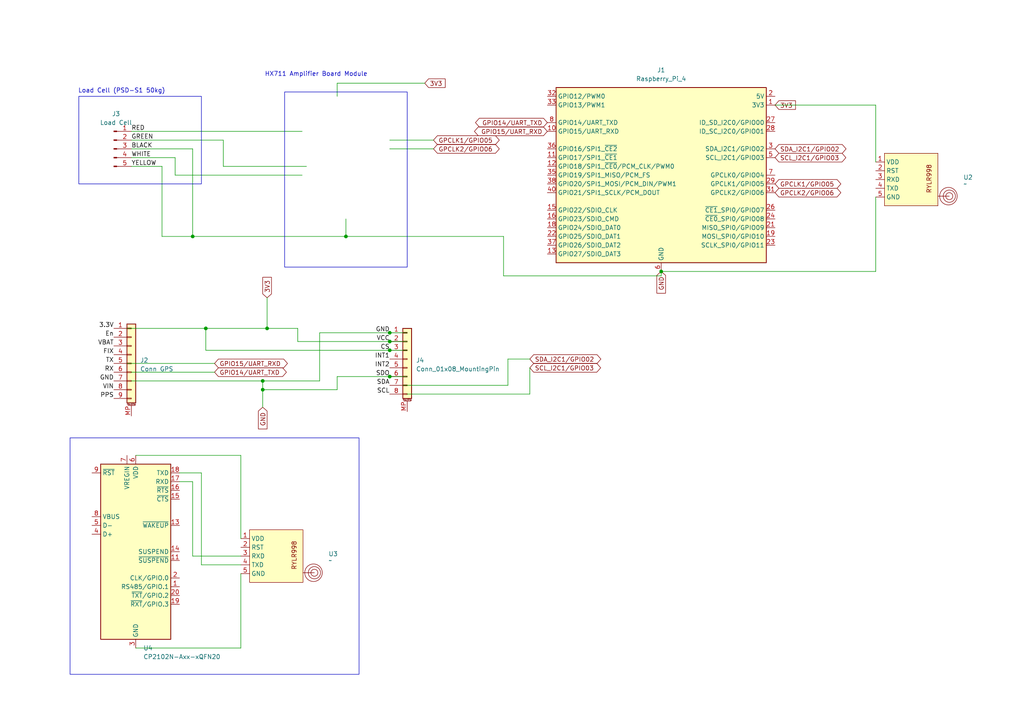
<source format=kicad_sch>
(kicad_sch (version 20231120) (generator "eeschema") (generator_version "8.0")
  (paper "A4")
  (lib_symbols
    (symbol "Connector:Conn_01x05_Pin" (pin_names (offset 1.016) hide)
      (property "Reference" "J" (at 0 7.62 0))
      (property "Value" "Conn_01x05_Pin" (at 0 -7.62 0))
      (symbol "Conn_01x05_Pin_1_1"
        (polyline (pts (xy 1.27 -5.08) (xy 0.8636 -5.08)) (stroke (width 0.1524)))
        (polyline (pts (xy 1.27 -2.54) (xy 0.8636 -2.54)) (stroke (width 0.1524)))
        (polyline (pts (xy 1.27 0) (xy 0.8636 0)) (stroke (width 0.1524)))
        (polyline (pts (xy 1.27 2.54) (xy 0.8636 2.54)) (stroke (width 0.1524)))
        (polyline (pts (xy 1.27 5.08) (xy 0.8636 5.08)) (stroke (width 0.1524)))
        (rectangle (start 0.8636 -4.953) (end 0 -5.207) (stroke (width 0.1524)) (fill (type outline)))
        (rectangle (start 0.8636 -2.413) (end 0 -2.667) (stroke (width 0.1524)) (fill (type outline)))
        (rectangle (start 0.8636 0.127) (end 0 -0.127) (stroke (width 0.1524)) (fill (type outline)))
        (rectangle (start 0.8636 2.667) (end 0 2.413) (stroke (width 0.1524)) (fill (type outline)))
        (rectangle (start 0.8636 5.207) (end 0 4.953) (stroke (width 0.1524)) (fill (type outline)))
        (pin passive line (at 5.08 5.08 180) (length 3.81) (name "Pin_1") (number "1"))
        (pin passive line (at 5.08 2.54 180) (length 3.81) (name "Pin_2") (number "2"))
        (pin passive line (at 5.08 0 180) (length 3.81) (name "Pin_3") (number "3"))
        (pin passive line (at 5.08 -2.54 180) (length 3.81) (name "Pin_4") (number "4"))
        (pin passive line (at 5.08 -5.08 180) (length 3.81) (name "Pin_5") (number "5"))
      )
    )
    (symbol "Connector:Raspberry_Pi_4"
      (property "Reference" "J" (at -17.526 48.768 0))
      (property "Value" "Raspberry_Pi_4" (at 15.748 -26.416 0))
      (symbol "Raspberry_Pi_4_0_1"
        (rectangle (start -30.48 25.4) (end 30.48 -25.4) (stroke (width 0.254)) (fill (type background)))
      )
      (symbol "Raspberry_Pi_4_1_1"
        (pin power_out line (at 33.02 20.32 180) (length 2.54) (name "3V3") (number "1"))
        (pin bidirectional line (at -33.02 12.7 0) (length 2.54) (name "GPIO15/UART_RXD") (number "10"))
        (pin bidirectional line (at -33.02 5.08 0) (length 2.54) (name "GPIO17/SPI1_~{CE1}") (number "11"))
        (pin bidirectional line (at -33.02 2.54 0) (length 2.54) (name "GPIO18/SPI1_~{CE0}/PCM_CLK/PWM0") (number "12"))
        (pin bidirectional line (at -33.02 -22.86 0) (length 2.54) (name "GPIO27/SDIO_DAT3") (number "13"))
        (pin passive line (at 0 -27.94 90) (length 2.54) hide (name "GND") (number "14"))
        (pin bidirectional line (at -33.02 -10.16 0) (length 2.54) (name "GPIO22/SDIO_CLK") (number "15"))
        (pin bidirectional line (at -33.02 -12.7 0) (length 2.54) (name "GPIO23/SDIO_CMD") (number "16"))
        (pin passive line (at 33.02 20.32 180) (length 2.54) hide (name "3V3") (number "17"))
        (pin bidirectional line (at -33.02 -15.24 0) (length 2.54) (name "GPIO24/SDIO_DAT0") (number "18"))
        (pin bidirectional line (at 33.02 -17.78 180) (length 2.54) (name "MOSI_SPI0/GPIO10") (number "19"))
        (pin power_out line (at 33.02 22.86 180) (length 2.54) (name "5V") (number "2"))
        (pin passive line (at 0 -27.94 90) (length 2.54) hide (name "GND") (number "20"))
        (pin bidirectional line (at 33.02 -15.24 180) (length 2.54) (name "MISO_SPI0/GPIO09") (number "21"))
        (pin bidirectional line (at -33.02 -17.78 0) (length 2.54) (name "GPIO25/SDIO_DAT1") (number "22"))
        (pin bidirectional line (at 33.02 -20.32 180) (length 2.54) (name "SCLK_SPI0/GPIO11") (number "23"))
        (pin bidirectional line (at 33.02 -12.7 180) (length 2.54) (name "~{CE0}_SPI0/GPIO08") (number "24"))
        (pin passive line (at 0 -27.94 90) (length 2.54) hide (name "GND") (number "25"))
        (pin bidirectional line (at 33.02 -10.16 180) (length 2.54) (name "~{CE1}_SPI0/GPIO07") (number "26"))
        (pin bidirectional line (at 33.02 15.24 180) (length 2.54) (name "ID_SD_I2C0/GPIO00") (number "27"))
        (pin bidirectional line (at 33.02 12.7 180) (length 2.54) (name "ID_SC_I2C0/GPIO01") (number "28"))
        (pin bidirectional line (at 33.02 -2.54 180) (length 2.54) (name "GPCLK1/GPIO05") (number "29"))
        (pin bidirectional line (at 33.02 7.62 180) (length 2.54) (name "SDA_I2C1/GPIO02") (number "3"))
        (pin passive line (at 0 -27.94 90) (length 2.54) hide (name "GND") (number "30"))
        (pin bidirectional line (at 33.02 -5.08 180) (length 2.54) (name "GPCLK2/GPIO06") (number "31"))
        (pin bidirectional line (at -33.02 22.86 0) (length 2.54) (name "GPIO12/PWM0") (number "32"))
        (pin bidirectional line (at -33.02 20.32 0) (length 2.54) (name "GPIO13/PWM1") (number "33"))
        (pin passive line (at 0 -27.94 90) (length 2.54) hide (name "GND") (number "34"))
        (pin bidirectional line (at -33.02 0 0) (length 2.54) (name "GPIO19/SPI1_MISO/PCM_FS") (number "35"))
        (pin bidirectional line (at -33.02 7.62 0) (length 2.54) (name "GPIO16/SPI1_~{CE2}") (number "36"))
        (pin bidirectional line (at -33.02 -20.32 0) (length 2.54) (name "GPIO26/SDIO_DAT2") (number "37"))
        (pin bidirectional line (at -33.02 -2.54 0) (length 2.54) (name "GPIO20/SPI1_MOSI/PCM_DIN/PWM1") (number "38"))
        (pin passive line (at 0 -27.94 90) (length 2.54) hide (name "GND") (number "39"))
        (pin passive line (at 33.02 22.86 180) (length 2.54) hide (name "5V") (number "4"))
        (pin bidirectional line (at -33.02 -5.08 0) (length 2.54) (name "GPIO21/SPI1_SCLK/PCM_DOUT") (number "40"))
        (pin bidirectional line (at 33.02 5.08 180) (length 2.54) (name "SCL_I2C1/GPIO03") (number "5"))
        (pin power_out line (at 0 -27.94 90) (length 2.54) (name "GND") (number "6"))
        (pin bidirectional line (at 33.02 0 180) (length 2.54) (name "GPCLK0/GPIO04") (number "7"))
        (pin bidirectional line (at -33.02 15.24 0) (length 2.54) (name "GPIO14/UART_TXD") (number "8"))
        (pin passive line (at 0 -27.94 90) (length 2.54) hide (name "GND") (number "9"))
      )
    )
    (symbol "Connector_Generic_MountingPin:Conn_01x08_MountingPin" (pin_names (offset 1.016) hide)
      (property "Reference" "J" (at 0 10.16 0))
      (property "Value" "Conn_01x08_MountingPin" (at 1.27 -12.7 0))
      (symbol "Conn_01x08_MountingPin_1_1"
        (rectangle (start -1.27 -10.033) (end 0 -10.287) (stroke (width 0.1524)))
        (rectangle (start -1.27 -7.493) (end 0 -7.747) (stroke (width 0.1524)))
        (rectangle (start -1.27 -4.953) (end 0 -5.207) (stroke (width 0.1524)))
        (rectangle (start -1.27 -2.413) (end 0 -2.667) (stroke (width 0.1524)))
        (rectangle (start -1.27 0.127) (end 0 -0.127) (stroke (width 0.1524)))
        (rectangle (start -1.27 2.667) (end 0 2.413) (stroke (width 0.1524)))
        (rectangle (start -1.27 5.207) (end 0 4.953) (stroke (width 0.1524)))
        (rectangle (start -1.27 7.747) (end 0 7.493) (stroke (width 0.1524)))
        (rectangle (start -1.27 8.89) (end 1.27 -11.43) (stroke (width 0.254)) (fill (type background)))
        (polyline (pts (xy -1.016 -12.192) (xy 1.016 -12.192)) (stroke (width 0.1524)))
        (text "Mounting" (at 0 -11.811 0) (effects (font (size 0.381 0.381))))
        (pin passive line (at -5.08 7.62 0) (length 3.81) (name "Pin_1") (number "1"))
        (pin passive line (at -5.08 5.08 0) (length 3.81) (name "Pin_2") (number "2"))
        (pin passive line (at -5.08 2.54 0) (length 3.81) (name "Pin_3") (number "3"))
        (pin passive line (at -5.08 0 0) (length 3.81) (name "Pin_4") (number "4"))
        (pin passive line (at -5.08 -2.54 0) (length 3.81) (name "Pin_5") (number "5"))
        (pin passive line (at -5.08 -5.08 0) (length 3.81) (name "Pin_6") (number "6"))
        (pin passive line (at -5.08 -7.62 0) (length 3.81) (name "Pin_7") (number "7"))
        (pin passive line (at -5.08 -10.16 0) (length 3.81) (name "Pin_8") (number "8"))
        (pin passive line (at 0 -15.24 90) (length 3.048) (name "MountPin") (number "MP"))
      )
    )
    (symbol "Connector_Generic_MountingPin:Conn_01x09_MountingPin" (pin_names (offset 1.016) hide)
      (property "Reference" "J" (at 0 12.7 0))
      (property "Value" "Conn_01x09_MountingPin" (at 1.27 -12.7 0))
      (symbol "Conn_01x09_MountingPin_1_1"
        (rectangle (start -1.27 -10.033) (end 0 -10.287) (stroke (width 0.1524)))
        (rectangle (start -1.27 -7.493) (end 0 -7.747) (stroke (width 0.1524)))
        (rectangle (start -1.27 -4.953) (end 0 -5.207) (stroke (width 0.1524)))
        (rectangle (start -1.27 -2.413) (end 0 -2.667) (stroke (width 0.1524)))
        (rectangle (start -1.27 0.127) (end 0 -0.127) (stroke (width 0.1524)))
        (rectangle (start -1.27 2.667) (end 0 2.413) (stroke (width 0.1524)))
        (rectangle (start -1.27 5.207) (end 0 4.953) (stroke (width 0.1524)))
        (rectangle (start -1.27 7.747) (end 0 7.493) (stroke (width 0.1524)))
        (rectangle (start -1.27 10.287) (end 0 10.033) (stroke (width 0.1524)))
        (rectangle (start -1.27 11.43) (end 1.27 -11.43) (stroke (width 0.254)) (fill (type background)))
        (polyline (pts (xy -1.016 -12.192) (xy 1.016 -12.192)) (stroke (width 0.1524)))
        (text "Mounting" (at 0 -11.811 0) (effects (font (size 0.381 0.381))))
        (pin passive line (at -5.08 10.16 0) (length 3.81) (name "Pin_1") (number "1"))
        (pin passive line (at -5.08 7.62 0) (length 3.81) (name "Pin_2") (number "2"))
        (pin passive line (at -5.08 5.08 0) (length 3.81) (name "Pin_3") (number "3"))
        (pin passive line (at -5.08 2.54 0) (length 3.81) (name "Pin_4") (number "4"))
        (pin passive line (at -5.08 0 0) (length 3.81) (name "Pin_5") (number "5"))
        (pin passive line (at -5.08 -2.54 0) (length 3.81) (name "Pin_6") (number "6"))
        (pin passive line (at -5.08 -5.08 0) (length 3.81) (name "Pin_7") (number "7"))
        (pin passive line (at -5.08 -7.62 0) (length 3.81) (name "Pin_8") (number "8"))
        (pin passive line (at -5.08 -10.16 0) (length 3.81) (name "Pin_9") (number "9"))
        (pin passive line (at 0 -15.24 90) (length 3.048) (name "MountPin") (number "MP"))
      )
    )
    (symbol "Interface_USB:CP2102N-Axx-xQFN20"
      (property "Reference" "U" (at -8.89 26.67 0))
      (property "Value" "CP2102N-Axx-xQFN20" (at 12.7 26.67 0))
      (symbol "CP2102N-Axx-xQFN20_0_1"
        (rectangle (start -10.16 25.4) (end 10.16 -25.4) (stroke (width 0.254)) (fill (type background)))
      )
      (symbol "CP2102N-Axx-xQFN20_1_1"
        (pin bidirectional line (at 12.7 -10.16 180) (length 2.54) (name "RS485/GPIO.1") (number "1"))
        (pin no_connect line (at -10.16 -22.86 0) (length 2.54) hide (name "NC") (number "10"))
        (pin output line (at 12.7 -2.54 180) (length 2.54) (name "~{SUSPEND}") (number "11"))
        (pin passive line (at 0 -27.94 90) (length 2.54) hide (name "GND") (number "12"))
        (pin input line (at 12.7 7.62 180) (length 2.54) (name "~{WAKEUP}") (number "13"))
        (pin output line (at 12.7 0 180) (length 2.54) (name "SUSPEND") (number "14"))
        (pin input line (at 12.7 15.24 180) (length 2.54) (name "~{CTS}") (number "15"))
        (pin output line (at 12.7 17.78 180) (length 2.54) (name "~{RTS}") (number "16"))
        (pin input line (at 12.7 20.32 180) (length 2.54) (name "RXD") (number "17"))
        (pin output line (at 12.7 22.86 180) (length 2.54) (name "TXD") (number "18"))
        (pin bidirectional line (at 12.7 -15.24 180) (length 2.54) (name "~{RXT}/GPIO.3") (number "19"))
        (pin bidirectional line (at 12.7 -7.62 180) (length 2.54) (name "CLK/GPIO.0") (number "2"))
        (pin bidirectional line (at 12.7 -12.7 180) (length 2.54) (name "~{TXT}/GPIO.2") (number "20"))
        (pin passive line (at 0 -27.94 90) (length 2.54) hide (name "GND") (number "21"))
        (pin power_in line (at 0 -27.94 90) (length 2.54) (name "GND") (number "3"))
        (pin bidirectional line (at -12.7 5.08 0) (length 2.54) (name "D+") (number "4"))
        (pin bidirectional line (at -12.7 7.62 0) (length 2.54) (name "D-") (number "5"))
        (pin power_in line (at 0 27.94 270) (length 2.54) (name "VDD") (number "6"))
        (pin power_in line (at -2.54 27.94 270) (length 2.54) (name "VREGIN") (number "7"))
        (pin input line (at -12.7 10.16 0) (length 2.54) (name "VBUS") (number "8"))
        (pin input line (at -12.7 22.86 0) (length 2.54) (name "~{RST}") (number "9"))
      )
    )
    (symbol "rylr998:RYLR998"
      (property "Reference" "U3" (at 8.89 2.921 90))
      (property "Value" "~" (at 0 0 0))
      (symbol "RYLR998_0_1"
        (polyline (pts (xy 4.826 7.874) (xy 4.826 11.176)))
        (circle (center 4.826 10.922) (radius 2.54))
        (circle (center 4.826 11.176) (radius 1.016))
        (circle (center 4.826 11.176) (radius 1.778))
      )
      (symbol "RYLR998_1_1"
        (rectangle (start -7.62 7.874) (end 7.62 -7.62) (fill (type background)))
        (text "RYLR998\n" (at -0.254 5.334 0) (effects (font (size 1.27 1.27))))
        (pin input line (at -5.08 -10.16 90) (length 2.54) (name "VDD") (number "1"))
        (pin input line (at -2.54 -10.16 90) (length 2.54) (name "RST") (number "2"))
        (pin input line (at 0 -10.16 90) (length 2.54) (name "RXD") (number "3"))
        (pin input line (at 2.54 -10.16 90) (length 2.54) (name "TXD") (number "4"))
        (pin input line (at 5.08 -10.16 90) (length 2.54) (name "GND") (number "5"))
      )
    )
  )
  (junction (at 55.88 68.58))
  (junction (at 113.03 99.06))
  (junction (at 113.03 96.52))
  (junction (at 113.03 109.22))
  (junction (at 76.2 110.49))
  (junction (at 59.69 95.25))
  (junction (at 77.47 95.25))
  (junction (at 191.77 78.74))
  (junction (at 100.33 68.58))
  (junction (at 113.03 101.6))
  (junction (at 76.2 113.03))
  (wire (pts (xy 55.88 43.18) (xy 55.88 68.58)))
  (wire (pts (xy 113.03 43.18) (xy 125.73 43.18)))
  (wire (pts (xy 59.69 101.6) (xy 59.69 95.25)))
  (wire (pts (xy 58.42 137.16) (xy 58.42 163.83)))
  (wire (pts (xy 52.07 137.16) (xy 58.42 137.16)))
  (wire (pts (xy 254 46.99) (xy 254 30.48)))
  (wire (pts (xy 59.69 95.25) (xy 36.83 95.25)))
  (wire (pts (xy 146.05 80.01) (xy 191.77 80.01)))
  (wire (pts (xy 113.03 101.6) (xy 118.11 101.6)))
  (wire (pts (xy 86.36 99.06) (xy 86.36 95.25)))
  (wire (pts (xy 86.36 95.25) (xy 77.47 95.25)))
  (wire (pts (xy 46.99 48.26) (xy 38.1 48.26)))
  (wire (pts (xy 76.2 110.49) (xy 38.1 110.49)))
  (wire (pts (xy 118.11 96.52) (xy 113.03 96.52)))
  (wire (pts (xy 50.8 50.8) (xy 50.8 45.72)))
  (wire (pts (xy 113.03 40.64) (xy 125.73 40.64)))
  (wire (pts (xy 69.85 161.29) (xy 55.88 161.29)))
  (wire (pts (xy 116.84 111.76) (xy 147.32 111.76)))
  (wire (pts (xy 113.03 99.06) (xy 86.36 99.06)))
  (wire (pts (xy 38.1 107.95) (xy 62.23 107.95)))
  (wire (pts (xy 97.79 109.22) (xy 97.79 113.03)))
  (wire (pts (xy 55.88 139.7) (xy 52.07 139.7)))
  (wire (pts (xy 38.1 40.64) (xy 64.77 40.64)))
  (wire (pts (xy 147.32 111.76) (xy 147.32 104.14)))
  (wire (pts (xy 69.85 132.08) (xy 39.37 132.08)))
  (wire (pts (xy 76.2 113.03) (xy 76.2 110.49)))
  (wire (pts (xy 92.71 110.49) (xy 76.2 110.49)))
  (wire (pts (xy 59.69 101.6) (xy 113.03 101.6)))
  (wire (pts (xy 123.19 24.13) (xy 97.79 24.13)))
  (wire (pts (xy 64.77 48.26) (xy 88.9 48.26)))
  (wire (pts (xy 77.47 86.36) (xy 77.47 95.25)))
  (wire (pts (xy 50.8 50.8) (xy 87.63 50.8)))
  (wire (pts (xy 38.1 38.1) (xy 87.63 38.1)))
  (wire (pts (xy 39.37 187.96) (xy 69.85 187.96)))
  (wire (pts (xy 113.03 109.22) (xy 97.79 109.22)))
  (wire (pts (xy 69.85 187.96) (xy 69.85 166.37)))
  (wire (pts (xy 118.11 109.22) (xy 113.03 109.22)))
  (wire (pts (xy 69.85 156.21) (xy 69.85 132.08)))
  (wire (pts (xy 64.77 40.64) (xy 64.77 48.26)))
  (wire (pts (xy 36.83 105.41) (xy 62.23 105.41)))
  (wire (pts (xy 38.1 43.18) (xy 55.88 43.18)))
  (wire (pts (xy 76.2 118.11) (xy 76.2 113.03)))
  (wire (pts (xy 97.79 113.03) (xy 76.2 113.03)))
  (wire (pts (xy 100.33 68.58) (xy 146.05 68.58)))
  (wire (pts (xy 38.1 45.72) (xy 50.8 45.72)))
  (wire (pts (xy 46.99 68.58) (xy 55.88 68.58)))
  (wire (pts (xy 118.11 114.3) (xy 153.67 114.3)))
  (wire (pts (xy 147.32 104.14) (xy 153.67 104.14)))
  (wire (pts (xy 46.99 48.26) (xy 46.99 68.58)))
  (wire (pts (xy 100.33 63.5) (xy 100.33 68.58)))
  (wire (pts (xy 55.88 161.29) (xy 55.88 139.7)))
  (wire (pts (xy 113.03 96.52) (xy 92.71 96.52)))
  (wire (pts (xy 59.69 95.25) (xy 77.47 95.25)))
  (wire (pts (xy 118.11 99.06) (xy 113.03 99.06)))
  (wire (pts (xy 55.88 68.58) (xy 100.33 68.58)))
  (wire (pts (xy 254 30.48) (xy 224.79 30.48)))
  (wire (pts (xy 92.71 96.52) (xy 92.71 110.49)))
  (wire (pts (xy 254 78.74) (xy 191.77 78.74)))
  (wire (pts (xy 58.42 163.83) (xy 69.85 163.83)))
  (wire (pts (xy 153.67 114.3) (xy 153.67 106.68)))
  (wire (pts (xy 146.05 68.58) (xy 146.05 80.01)))
  (wire (pts (xy 97.79 24.13) (xy 97.79 27.94)))
  (wire (pts (xy 191.77 80.01) (xy 191.77 78.74)))
  (wire (pts (xy 254 57.15) (xy 254 78.74)))
  (rectangle (start 22.86 27.94) (end 58.42 53.34))
  (rectangle (start 20.32 127) (end 104.14 195.58))
  (rectangle (start 82.55 26.67) (end 118.11 77.47))
  (text "Load Cell (PSD-S1 50kg)" (at 35.306 26.416 0) (effects (font (size 1.27 1.27))))
  (text "HX711 Amplifier Board Module" (at 91.694 21.59 0) (effects (font (size 1.27 1.27))))
  (label "3.3V" (at 33.02 95.25 180))
  (label "SDO" (at 113.03 109.22 180))
  (label "BLACK" (at 38.1 43.18 0))
  (label "GREEN" (at 38.1 40.64 0))
  (label "YELLOW" (at 38.1 48.26 0))
  (label "GND" (at 113.03 96.52 180))
  (label "PPS" (at 33.02 115.57 180))
  (label "VIN" (at 33.02 113.03 180))
  (label "WHITE" (at 38.1 45.72 0))
  (label "CS" (at 113.03 101.6 180))
  (label "INT1" (at 113.03 104.14 180))
  (label "RED" (at 38.1 38.1 0))
  (label "SCL" (at 113.03 114.3 180))
  (label "VBAT" (at 33.02 100.33 180))
  (label "RX" (at 33.02 107.95 180))
  (label "GND" (at 33.02 110.49 180))
  (label "FIX" (at 33.02 102.87 180))
  (label "INT2" (at 113.03 106.68 180))
  (label "SDA" (at 113.03 111.76 180))
  (label "En" (at 33.02 97.79 180))
  (label "TX" (at 33.02 105.41 180))
  (label "VCC" (at 113.03 99.06 180))
  (global_label "GPCLK2/GPIO06" (shape bidirectional) (at 125.73 43.18 0) (property "Intersheetrefs" "${INTERSHEET_REFS}" (effects (hide yes))))
  (global_label "SDA_I2C1/GPIO02" (shape bidirectional) (at 224.79 43.18 0) (property "Intersheetrefs" "${INTERSHEET_REFS}" (effects (hide yes))))
  (global_label "3V3" (shape input) (at 123.19 24.13 0) (property "Intersheetrefs" "${INTERSHEET_REFS}" (effects (hide yes))))
  (global_label "GPIO14/UART_TXD" (shape bidirectional) (at 62.23 107.95 0) (property "Intersheetrefs" "${INTERSHEET_REFS}" (effects (hide yes))))
  (global_label "3V3" (shape input) (at 224.79 30.48 0) (property "Intersheetrefs" "${INTERSHEET_REFS}" (effects (hide yes))))
  (global_label "SCL_I2C1/GPIO03" (shape bidirectional) (at 224.79 45.72 0) (property "Intersheetrefs" "${INTERSHEET_REFS}" (effects (hide yes))))
  (global_label "SDA_I2C1/GPIO02" (shape bidirectional) (at 153.67 104.14 0) (property "Intersheetrefs" "${INTERSHEET_REFS}" (effects (hide yes))))
  (global_label "GPIO14/UART_TXD" (shape bidirectional) (at 158.75 35.56 180) (property "Intersheetrefs" "${INTERSHEET_REFS}" (effects (hide yes))))
  (global_label "GND" (shape input) (at 76.2 118.11 270) (property "Intersheetrefs" "${INTERSHEET_REFS}" (effects (hide yes))))
  (global_label "GPIO15/UART_RXD" (shape bidirectional) (at 158.75 38.1 180) (property "Intersheetrefs" "${INTERSHEET_REFS}" (effects (hide yes))))
  (global_label "SCL_I2C1/GPIO03" (shape bidirectional) (at 153.67 106.68 0) (property "Intersheetrefs" "${INTERSHEET_REFS}" (effects (hide yes))))
  (global_label "GND" (shape input) (at 191.77 78.74 270) (property "Intersheetrefs" "${INTERSHEET_REFS}" (effects (hide yes))))
  (global_label "GPCLK2/GPIO06" (shape bidirectional) (at 224.79 55.88 0) (property "Intersheetrefs" "${INTERSHEET_REFS}" (effects (hide yes))))
  (global_label "GPIO15/UART_RXD" (shape bidirectional) (at 62.23 105.41 0) (property "Intersheetrefs" "${INTERSHEET_REFS}" (effects (hide yes))))
  (global_label "GPCLK1/GPIO05" (shape bidirectional) (at 125.73 40.64 0) (property "Intersheetrefs" "${INTERSHEET_REFS}" (effects (hide yes))))
  (global_label "GPCLK1/GPIO05" (shape bidirectional) (at 224.79 53.34 0) (property "Intersheetrefs" "${INTERSHEET_REFS}" (effects (hide yes))))
  (global_label "3V3" (shape input) (at 77.47 86.36 90) (property "Intersheetrefs" "${INTERSHEET_REFS}" (effects (hide yes))))
  (symbol (lib_id "rylr998:RYLR998") (at 80.01 161.29 270) (unit 1)
    (property "Reference" "U3" (at 95.25 160.6549 90) (effects (justify left)))
    (property "Value" "~" (at 95.25 162.56 90) (effects (justify left)))
    (property "Footprint" "LIB_2024:RYLR998" (effects (hide yes)))
  )
  (symbol (lib_id "Connector_Generic_MountingPin:Conn_01x09_MountingPin") (at 38.1 105.41 0) (unit 1)
    (property "Reference" "J2" (at 40.64 104.4955 0) (effects (justify left)))
    (property "Value" "Conn GPS" (at 40.64 107.0355 0) (effects (justify left)))
    (property "Description" "Generic connectable mounting pin connector, single row, 01x09, script generated (kicad-library-utils/schlib/autogen/connector/)" (effects (hide yes)))
  )
  (symbol (lib_id "Connector_Generic_MountingPin:Conn_01x08_MountingPin") (at 118.11 104.14 0) (unit 1)
    (property "Reference" "J4" (at 120.65 104.4955 0) (effects (justify left)))
    (property "Value" "Conn_01x08_MountingPin" (at 120.65 107.0355 0) (effects (justify left)))
    (property "Description" "Generic connectable mounting pin connector, single row, 01x08, script generated (kicad-library-utils/schlib/autogen/connector/)" (effects (hide yes)))
  )
  (symbol (lib_id "Connector:Conn_01x05_Pin") (at 33.02 43.18 0) (unit 1)
    (property "Reference" "J3" (at 33.655 33.02 0))
    (property "Value" "Load Cell" (at 33.655 35.56 0))
    (property "Description" "Generic connector, single row, 01x05, script generated" (effects (hide yes)))
  )
  (symbol (lib_id "Connector:Raspberry_Pi_4") (at 191.77 50.8 0) (unit 1)
    (property "Reference" "J1" (at 191.77 20.32 0))
    (property "Value" "Raspberry_Pi_4" (at 191.77 22.86 0))
    (property "Datasheet" "https://datasheets.raspberrypi.com/rpi4/raspberry-pi-4-datasheet.pdf" (effects (hide yes)))
    (property "Description" "Raspberry Pi 4 Model B" (effects (hide yes)))
  )
  (symbol (lib_id "Interface_USB:CP2102N-Axx-xQFN20") (at 39.37 160.02 0) (unit 1)
    (property "Reference" "U4" (at 41.5641 187.96 0) (effects (justify left)))
    (property "Value" "CP2102N-Axx-xQFN20" (at 41.5641 190.5 0) (effects (justify left)))
    (property "Footprint" "Package_DFN_QFN:SiliconLabs_QFN-20-1EP_3x3mm_P0.5mm" (effects (hide yes)))
    (property "Datasheet" "https://www.silabs.com/documents/public/data-sheets/cp2102n-datasheet.pdf" (effects (hide yes)))
    (property "Description" "USB to UART master bridge, QFN-20" (effects (hide yes)))
  )
  (symbol (lib_id "rylr998:RYLR998") (at 264.16 52.07 270) (unit 1)
    (property "Reference" "U2" (at 279.4 51.4349 90) (effects (justify left)))
    (property "Value" "~" (at 279.4 53.34 90) (effects (justify left)))
    (property "Footprint" "LIB_2024:RYLR998" (effects (hide yes)))
  )
)
</source>
